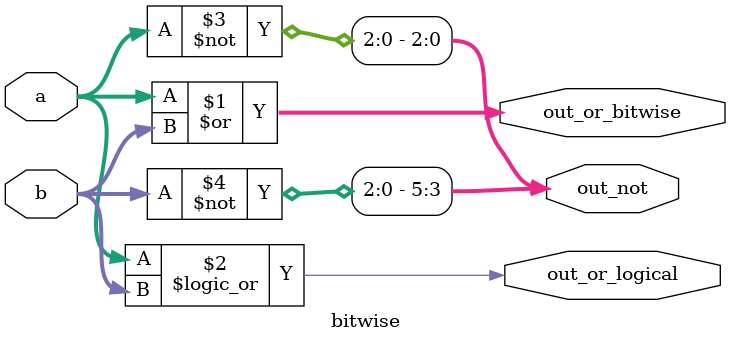
<source format=sv>
module bitwise( 
    input [2:0] a,
    input [2:0] b,
    output [2:0] out_or_bitwise,
    output out_or_logical,
    output [5:0] out_not
);
    
    assign out_or_bitwise = a | b;
    assign out_or_logical = a || b;
    assign out_not = {~b, ~a};

endmodule
</source>
